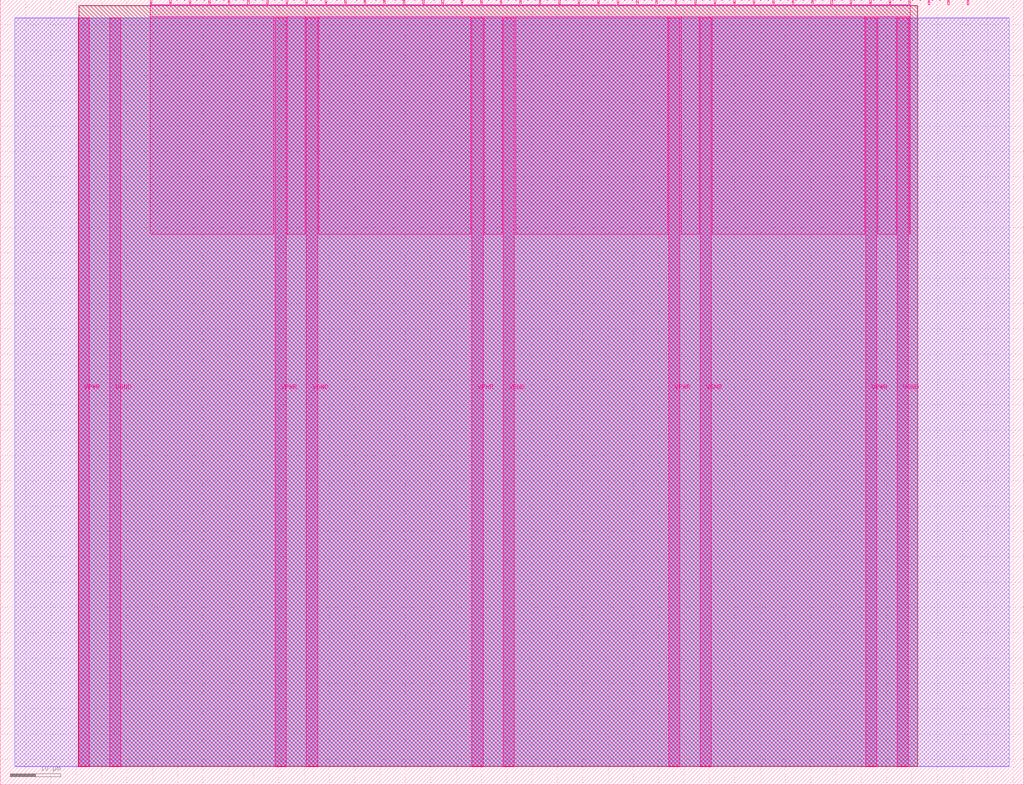
<source format=lef>
VERSION 5.7 ;
  NOWIREEXTENSIONATPIN ON ;
  DIVIDERCHAR "/" ;
  BUSBITCHARS "[]" ;
MACRO tt_um_C_1_4bit_multiplier
  CLASS BLOCK ;
  FOREIGN tt_um_C_1_4bit_multiplier ;
  ORIGIN 0.000 0.000 ;
  SIZE 202.080 BY 154.980 ;
  PIN VGND
    DIRECTION INOUT ;
    USE GROUND ;
    PORT
      LAYER Metal5 ;
        RECT 21.580 3.560 23.780 151.420 ;
    END
    PORT
      LAYER Metal5 ;
        RECT 60.450 3.560 62.650 151.420 ;
    END
    PORT
      LAYER Metal5 ;
        RECT 99.320 3.560 101.520 151.420 ;
    END
    PORT
      LAYER Metal5 ;
        RECT 138.190 3.560 140.390 151.420 ;
    END
    PORT
      LAYER Metal5 ;
        RECT 177.060 3.560 179.260 151.420 ;
    END
  END VGND
  PIN VPWR
    DIRECTION INOUT ;
    USE POWER ;
    PORT
      LAYER Metal5 ;
        RECT 15.380 3.560 17.580 151.420 ;
    END
    PORT
      LAYER Metal5 ;
        RECT 54.250 3.560 56.450 151.420 ;
    END
    PORT
      LAYER Metal5 ;
        RECT 93.120 3.560 95.320 151.420 ;
    END
    PORT
      LAYER Metal5 ;
        RECT 131.990 3.560 134.190 151.420 ;
    END
    PORT
      LAYER Metal5 ;
        RECT 170.860 3.560 173.060 151.420 ;
    END
  END VPWR
  PIN clk
    DIRECTION INPUT ;
    USE SIGNAL ;
    PORT
      LAYER Metal5 ;
        RECT 187.050 153.980 187.350 154.980 ;
    END
  END clk
  PIN ena
    DIRECTION INPUT ;
    USE SIGNAL ;
    PORT
      LAYER Metal5 ;
        RECT 190.890 153.980 191.190 154.980 ;
    END
  END ena
  PIN rst_n
    DIRECTION INPUT ;
    USE SIGNAL ;
    PORT
      LAYER Metal5 ;
        RECT 183.210 153.980 183.510 154.980 ;
    END
  END rst_n
  PIN ui_in[0]
    DIRECTION INPUT ;
    USE SIGNAL ;
    ANTENNAGATEAREA 0.180700 ;
    PORT
      LAYER Metal5 ;
        RECT 179.370 153.980 179.670 154.980 ;
    END
  END ui_in[0]
  PIN ui_in[1]
    DIRECTION INPUT ;
    USE SIGNAL ;
    ANTENNAGATEAREA 0.213200 ;
    PORT
      LAYER Metal5 ;
        RECT 175.530 153.980 175.830 154.980 ;
    END
  END ui_in[1]
  PIN ui_in[2]
    DIRECTION INPUT ;
    USE SIGNAL ;
    ANTENNAGATEAREA 0.213200 ;
    PORT
      LAYER Metal5 ;
        RECT 171.690 153.980 171.990 154.980 ;
    END
  END ui_in[2]
  PIN ui_in[3]
    DIRECTION INPUT ;
    USE SIGNAL ;
    ANTENNAGATEAREA 0.213200 ;
    PORT
      LAYER Metal5 ;
        RECT 167.850 153.980 168.150 154.980 ;
    END
  END ui_in[3]
  PIN ui_in[4]
    DIRECTION INPUT ;
    USE SIGNAL ;
    ANTENNAGATEAREA 0.213200 ;
    PORT
      LAYER Metal5 ;
        RECT 164.010 153.980 164.310 154.980 ;
    END
  END ui_in[4]
  PIN ui_in[5]
    DIRECTION INPUT ;
    USE SIGNAL ;
    ANTENNAGATEAREA 0.180700 ;
    PORT
      LAYER Metal5 ;
        RECT 160.170 153.980 160.470 154.980 ;
    END
  END ui_in[5]
  PIN ui_in[6]
    DIRECTION INPUT ;
    USE SIGNAL ;
    ANTENNAGATEAREA 0.180700 ;
    PORT
      LAYER Metal5 ;
        RECT 156.330 153.980 156.630 154.980 ;
    END
  END ui_in[6]
  PIN ui_in[7]
    DIRECTION INPUT ;
    USE SIGNAL ;
    ANTENNAGATEAREA 0.213200 ;
    PORT
      LAYER Metal5 ;
        RECT 152.490 153.980 152.790 154.980 ;
    END
  END ui_in[7]
  PIN uio_in[0]
    DIRECTION INPUT ;
    USE SIGNAL ;
    PORT
      LAYER Metal5 ;
        RECT 148.650 153.980 148.950 154.980 ;
    END
  END uio_in[0]
  PIN uio_in[1]
    DIRECTION INPUT ;
    USE SIGNAL ;
    PORT
      LAYER Metal5 ;
        RECT 144.810 153.980 145.110 154.980 ;
    END
  END uio_in[1]
  PIN uio_in[2]
    DIRECTION INPUT ;
    USE SIGNAL ;
    PORT
      LAYER Metal5 ;
        RECT 140.970 153.980 141.270 154.980 ;
    END
  END uio_in[2]
  PIN uio_in[3]
    DIRECTION INPUT ;
    USE SIGNAL ;
    PORT
      LAYER Metal5 ;
        RECT 137.130 153.980 137.430 154.980 ;
    END
  END uio_in[3]
  PIN uio_in[4]
    DIRECTION INPUT ;
    USE SIGNAL ;
    PORT
      LAYER Metal5 ;
        RECT 133.290 153.980 133.590 154.980 ;
    END
  END uio_in[4]
  PIN uio_in[5]
    DIRECTION INPUT ;
    USE SIGNAL ;
    PORT
      LAYER Metal5 ;
        RECT 129.450 153.980 129.750 154.980 ;
    END
  END uio_in[5]
  PIN uio_in[6]
    DIRECTION INPUT ;
    USE SIGNAL ;
    PORT
      LAYER Metal5 ;
        RECT 125.610 153.980 125.910 154.980 ;
    END
  END uio_in[6]
  PIN uio_in[7]
    DIRECTION INPUT ;
    USE SIGNAL ;
    PORT
      LAYER Metal5 ;
        RECT 121.770 153.980 122.070 154.980 ;
    END
  END uio_in[7]
  PIN uio_oe[0]
    DIRECTION OUTPUT ;
    USE SIGNAL ;
    ANTENNADIFFAREA 0.299200 ;
    PORT
      LAYER Metal5 ;
        RECT 56.490 153.980 56.790 154.980 ;
    END
  END uio_oe[0]
  PIN uio_oe[1]
    DIRECTION OUTPUT ;
    USE SIGNAL ;
    ANTENNADIFFAREA 0.299200 ;
    PORT
      LAYER Metal5 ;
        RECT 52.650 153.980 52.950 154.980 ;
    END
  END uio_oe[1]
  PIN uio_oe[2]
    DIRECTION OUTPUT ;
    USE SIGNAL ;
    ANTENNADIFFAREA 0.299200 ;
    PORT
      LAYER Metal5 ;
        RECT 48.810 153.980 49.110 154.980 ;
    END
  END uio_oe[2]
  PIN uio_oe[3]
    DIRECTION OUTPUT ;
    USE SIGNAL ;
    ANTENNADIFFAREA 0.299200 ;
    PORT
      LAYER Metal5 ;
        RECT 44.970 153.980 45.270 154.980 ;
    END
  END uio_oe[3]
  PIN uio_oe[4]
    DIRECTION OUTPUT ;
    USE SIGNAL ;
    ANTENNADIFFAREA 0.299200 ;
    PORT
      LAYER Metal5 ;
        RECT 41.130 153.980 41.430 154.980 ;
    END
  END uio_oe[4]
  PIN uio_oe[5]
    DIRECTION OUTPUT ;
    USE SIGNAL ;
    ANTENNADIFFAREA 0.299200 ;
    PORT
      LAYER Metal5 ;
        RECT 37.290 153.980 37.590 154.980 ;
    END
  END uio_oe[5]
  PIN uio_oe[6]
    DIRECTION OUTPUT ;
    USE SIGNAL ;
    ANTENNADIFFAREA 0.299200 ;
    PORT
      LAYER Metal5 ;
        RECT 33.450 153.980 33.750 154.980 ;
    END
  END uio_oe[6]
  PIN uio_oe[7]
    DIRECTION OUTPUT ;
    USE SIGNAL ;
    ANTENNADIFFAREA 0.299200 ;
    PORT
      LAYER Metal5 ;
        RECT 29.610 153.980 29.910 154.980 ;
    END
  END uio_oe[7]
  PIN uio_out[0]
    DIRECTION OUTPUT ;
    USE SIGNAL ;
    ANTENNADIFFAREA 0.299200 ;
    PORT
      LAYER Metal5 ;
        RECT 87.210 153.980 87.510 154.980 ;
    END
  END uio_out[0]
  PIN uio_out[1]
    DIRECTION OUTPUT ;
    USE SIGNAL ;
    ANTENNADIFFAREA 0.299200 ;
    PORT
      LAYER Metal5 ;
        RECT 83.370 153.980 83.670 154.980 ;
    END
  END uio_out[1]
  PIN uio_out[2]
    DIRECTION OUTPUT ;
    USE SIGNAL ;
    ANTENNADIFFAREA 0.299200 ;
    PORT
      LAYER Metal5 ;
        RECT 79.530 153.980 79.830 154.980 ;
    END
  END uio_out[2]
  PIN uio_out[3]
    DIRECTION OUTPUT ;
    USE SIGNAL ;
    ANTENNADIFFAREA 0.299200 ;
    PORT
      LAYER Metal5 ;
        RECT 75.690 153.980 75.990 154.980 ;
    END
  END uio_out[3]
  PIN uio_out[4]
    DIRECTION OUTPUT ;
    USE SIGNAL ;
    ANTENNADIFFAREA 0.299200 ;
    PORT
      LAYER Metal5 ;
        RECT 71.850 153.980 72.150 154.980 ;
    END
  END uio_out[4]
  PIN uio_out[5]
    DIRECTION OUTPUT ;
    USE SIGNAL ;
    ANTENNADIFFAREA 0.299200 ;
    PORT
      LAYER Metal5 ;
        RECT 68.010 153.980 68.310 154.980 ;
    END
  END uio_out[5]
  PIN uio_out[6]
    DIRECTION OUTPUT ;
    USE SIGNAL ;
    ANTENNADIFFAREA 0.299200 ;
    PORT
      LAYER Metal5 ;
        RECT 64.170 153.980 64.470 154.980 ;
    END
  END uio_out[6]
  PIN uio_out[7]
    DIRECTION OUTPUT ;
    USE SIGNAL ;
    ANTENNADIFFAREA 0.299200 ;
    PORT
      LAYER Metal5 ;
        RECT 60.330 153.980 60.630 154.980 ;
    END
  END uio_out[7]
  PIN uo_out[0]
    DIRECTION OUTPUT ;
    USE SIGNAL ;
    ANTENNAGATEAREA 0.241800 ;
    ANTENNADIFFAREA 0.632400 ;
    PORT
      LAYER Metal5 ;
        RECT 117.930 153.980 118.230 154.980 ;
    END
  END uo_out[0]
  PIN uo_out[1]
    DIRECTION OUTPUT ;
    USE SIGNAL ;
    ANTENNADIFFAREA 0.654800 ;
    PORT
      LAYER Metal5 ;
        RECT 114.090 153.980 114.390 154.980 ;
    END
  END uo_out[1]
  PIN uo_out[2]
    DIRECTION OUTPUT ;
    USE SIGNAL ;
    ANTENNADIFFAREA 0.654800 ;
    PORT
      LAYER Metal5 ;
        RECT 110.250 153.980 110.550 154.980 ;
    END
  END uo_out[2]
  PIN uo_out[3]
    DIRECTION OUTPUT ;
    USE SIGNAL ;
    ANTENNADIFFAREA 0.654800 ;
    PORT
      LAYER Metal5 ;
        RECT 106.410 153.980 106.710 154.980 ;
    END
  END uo_out[3]
  PIN uo_out[4]
    DIRECTION OUTPUT ;
    USE SIGNAL ;
    ANTENNADIFFAREA 0.654800 ;
    PORT
      LAYER Metal5 ;
        RECT 102.570 153.980 102.870 154.980 ;
    END
  END uo_out[4]
  PIN uo_out[5]
    DIRECTION OUTPUT ;
    USE SIGNAL ;
    ANTENNADIFFAREA 0.654800 ;
    PORT
      LAYER Metal5 ;
        RECT 98.730 153.980 99.030 154.980 ;
    END
  END uo_out[5]
  PIN uo_out[6]
    DIRECTION OUTPUT ;
    USE SIGNAL ;
    ANTENNADIFFAREA 0.654800 ;
    PORT
      LAYER Metal5 ;
        RECT 94.890 153.980 95.190 154.980 ;
    END
  END uo_out[6]
  PIN uo_out[7]
    DIRECTION OUTPUT ;
    USE SIGNAL ;
    ANTENNADIFFAREA 0.654800 ;
    PORT
      LAYER Metal5 ;
        RECT 91.050 153.980 91.350 154.980 ;
    END
  END uo_out[7]
  OBS
      LAYER GatPoly ;
        RECT 2.880 3.630 199.200 151.350 ;
      LAYER Metal1 ;
        RECT 2.880 3.560 199.200 151.420 ;
      LAYER Metal2 ;
        RECT 15.515 3.680 181.105 151.300 ;
      LAYER Metal3 ;
        RECT 15.560 3.635 181.060 153.865 ;
      LAYER Metal4 ;
        RECT 15.515 3.680 181.105 153.820 ;
      LAYER Metal5 ;
        RECT 30.120 153.770 33.240 153.980 ;
        RECT 33.960 153.770 37.080 153.980 ;
        RECT 37.800 153.770 40.920 153.980 ;
        RECT 41.640 153.770 44.760 153.980 ;
        RECT 45.480 153.770 48.600 153.980 ;
        RECT 49.320 153.770 52.440 153.980 ;
        RECT 53.160 153.770 56.280 153.980 ;
        RECT 57.000 153.770 60.120 153.980 ;
        RECT 60.840 153.770 63.960 153.980 ;
        RECT 64.680 153.770 67.800 153.980 ;
        RECT 68.520 153.770 71.640 153.980 ;
        RECT 72.360 153.770 75.480 153.980 ;
        RECT 76.200 153.770 79.320 153.980 ;
        RECT 80.040 153.770 83.160 153.980 ;
        RECT 83.880 153.770 87.000 153.980 ;
        RECT 87.720 153.770 90.840 153.980 ;
        RECT 91.560 153.770 94.680 153.980 ;
        RECT 95.400 153.770 98.520 153.980 ;
        RECT 99.240 153.770 102.360 153.980 ;
        RECT 103.080 153.770 106.200 153.980 ;
        RECT 106.920 153.770 110.040 153.980 ;
        RECT 110.760 153.770 113.880 153.980 ;
        RECT 114.600 153.770 117.720 153.980 ;
        RECT 118.440 153.770 121.560 153.980 ;
        RECT 122.280 153.770 125.400 153.980 ;
        RECT 126.120 153.770 129.240 153.980 ;
        RECT 129.960 153.770 133.080 153.980 ;
        RECT 133.800 153.770 136.920 153.980 ;
        RECT 137.640 153.770 140.760 153.980 ;
        RECT 141.480 153.770 144.600 153.980 ;
        RECT 145.320 153.770 148.440 153.980 ;
        RECT 149.160 153.770 152.280 153.980 ;
        RECT 153.000 153.770 156.120 153.980 ;
        RECT 156.840 153.770 159.960 153.980 ;
        RECT 160.680 153.770 163.800 153.980 ;
        RECT 164.520 153.770 167.640 153.980 ;
        RECT 168.360 153.770 171.480 153.980 ;
        RECT 172.200 153.770 175.320 153.980 ;
        RECT 176.040 153.770 179.160 153.980 ;
        RECT 29.660 151.630 179.620 153.770 ;
        RECT 29.660 108.635 54.040 151.630 ;
        RECT 56.660 108.635 60.240 151.630 ;
        RECT 62.860 108.635 92.910 151.630 ;
        RECT 95.530 108.635 99.110 151.630 ;
        RECT 101.730 108.635 131.780 151.630 ;
        RECT 134.400 108.635 137.980 151.630 ;
        RECT 140.600 108.635 170.650 151.630 ;
        RECT 173.270 108.635 176.850 151.630 ;
        RECT 179.470 108.635 179.620 151.630 ;
  END
END tt_um_C_1_4bit_multiplier
END LIBRARY


</source>
